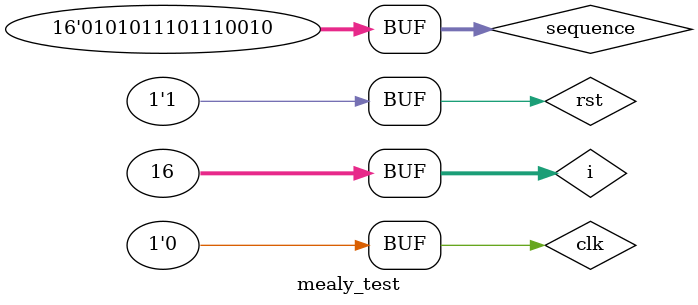
<source format=v>
module mealy_test;

reg clk, rst, inp;
wire outp;
reg[15:0] sequence;
integer i;

mealy duty(clk, rst, inp, outp);

initial
begin
clk = 0;
rst = 1;
sequence = 16'b0101_0111_0111_0010;
#5 rst = 1;

for(i = 0; i <=15; i = i+1)
begin
inp = sequence[i];
#2 clk = 1;
#2 clk = 0;
$display("State = ", duty.state, "Input = ",inp, ",Output = ",outp);
end
testing;
end

task testing;
for(i = 0; i<=15; i= i+1)
begin
inp = $random%2;
#2 clk = 1;
#2 clk = 0;
$display("State = ", duty.state, "Input = ",inp, ",Output = ",outp);
end
endtask
endmodule
</source>
